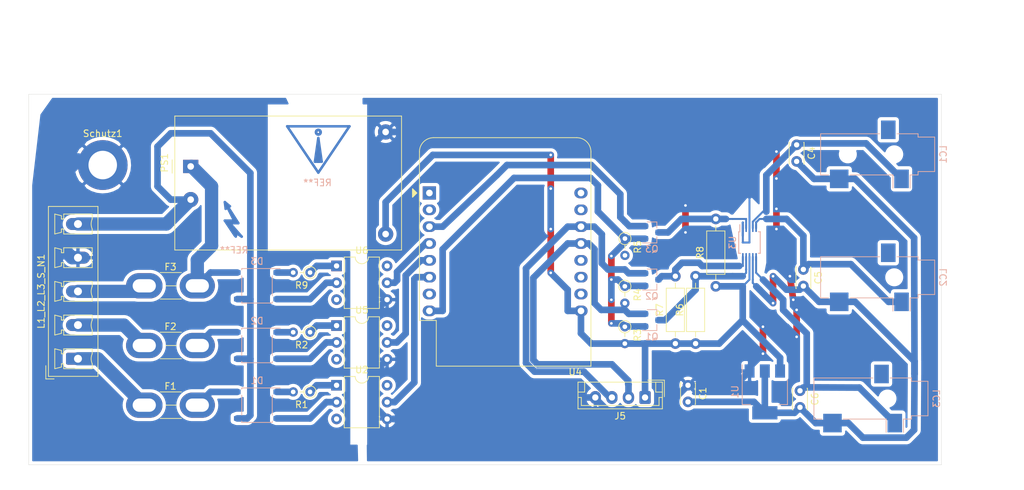
<source format=kicad_pcb>
(kicad_pcb (version 20171130) (host pcbnew "(5.1.5)-3")
  (layers (0 F.Cu signal) (31 B.Cu signal) (34 B.Paste user) (35 F.Paste user) (36 B.SilkS user) (37 F.SilkS user) (38 B.Mask user) (39 F.Mask user) (44 Edge.Cuts user))
  (net 0 "")
  (net 1 2_5V)
  (net 2 GND)
  (net 3 5V)
  (net 4 L1_C)
  (net 5 L2_C)
  (net 6 L3_C)
  (net 7 "Net-(F1-Pad1)")
  (net 8 SCL)
  (net 9 SDA)
  (net 10 H_SDA)
  (net 11 3_3V)
  (net 12 H_SCL)
  (net 13 H_RDY)
  (net 14 RDY)
  (net 15 "Net-(F2-Pad1)")
  (net 16 "Net-(F3-Pad1)")
  (net 17 "Net-(R1-Pad1)")
  (net 18 "Net-(R2-Pad1)")
  (net 19 "Net-(R9-Pad1)")
  (net 20 L1)
  (net 21 N)
  (net 22 "Net-(D1-Pad2)")
  (net 23 "Net-(D1-Pad1)")
  (net 24 L2)
  (net 25 "Net-(D2-Pad2)")
  (net 26 "Net-(D2-Pad1)")
  (net 27 L3)
  (net 28 "Net-(D3-Pad2)")
  (net 29 "Net-(D3-Pad1)")
  (net 30 L1NULL)
  (net 31 L3NULL)
  (net 32 L2NULL)
  (net 33 "Net-(L1_L2_L3_S_N1-Pad4)")
  (module Symbol:Symbol_Highvoltage_Type1_CopperTop_Small (layer B.Cu) (at 65.532 89.408)
    (fp_text reference REF** (at 1.016 5.207) (layer B.SilkS) (effects (justify mirror)))
    (fp_text value Symbol_Highvoltage_Type1_CopperTop_Small)
    (fp_line (start -0.127 -1.524) (end -0.254 -1.016) (layer B.Cu) (width 0.381))
    (fp_line (start 1.016 0.762) (end -0.127 -1.524) (layer B.Cu) (width 0.381))
    (fp_line (start -0.381 0.762) (end 1.016 0.762) (layer B.Cu) (width 0.381))
    (fp_line (start 1.143 3.048) (end -0.381 0.762) (layer B.Cu) (width 0.381))
    (fp_line (start 1.397 2.667) (end 1.27 3.175) (layer B.Cu) (width 0.381))
    (fp_line (start 2.159 3.175) (end 1.397 2.667) (layer B.Cu) (width 0.381))
    (fp_line (start 0.381 1.143) (end 2.159 3.175) (layer B.Cu) (width 0.381))
    (fp_line (start 1.651 1.143) (end 0.381 1.143) (layer B.Cu) (width 0.381))
    (fp_line (start -0.127 -1.651) (end 1.651 1.143) (layer B.Cu) (width 0.381))
    (fp_line (start 0.381 -1.397) (end -0.127 -1.651) (layer B.Cu) (width 0.381))
    (fp_line (start -0.381 -2.032) (end 0.381 -1.397) (layer B.Cu) (width 0.381))
    (fp_line (start -0.254 -1.016) (end -0.381 -2.032) (layer B.Cu) (width 0.381))
    (fp_line (start 0 0.889) (end 1.27 0.889) (layer B.Cu) (width 0.381))
    (fp_line (start 1.397 2.794) (end 0 0.889) (layer B.Cu) (width 0.381))
  )
  (module Symbol:Symbol_Attention_CopperTop_Small (layer B.Cu) (at 79.248 78.74)
    (fp_text reference REF** (at -0.127 5.715) (layer B.SilkS) (effects (justify mirror)))
    (fp_text value Symbol_Attention_CopperTop_Small)
    (fp_line (start -0.508 2.54) (end 0 2.54) (layer B.Cu) (width 0.381))
    (fp_line (start 0 -1.016) (end -0.508 2.54) (layer B.Cu) (width 0.381))
    (fp_line (start 0.508 2.54) (end 0 -1.016) (layer B.Cu) (width 0.381))
    (fp_line (start 0 2.54) (end 0.508 2.54) (layer B.Cu) (width 0.381))
    (fp_line (start 0 -0.889) (end 0.127 2.54) (layer B.Cu) (width 0.381))
    (fp_line (start 0 -1.016) (end -0.127 2.54) (layer B.Cu) (width 0.381))
    (fp_circle (center 0 -1.905) (end 0.254 -2.159) (layer B.Cu) (width 0.381))
    (fp_circle (center 0 -1.905) (end 0 -2.032) (layer B.Cu) (width 0.381))
    (fp_line (start -4.699 -2.794) (end 0 4.191) (layer B.Cu) (width 0.381))
    (fp_line (start 4.699 -2.794) (end -4.699 -2.794) (layer B.Cu) (width 0.381))
    (fp_line (start 0 4.191) (end 4.699 -2.794) (layer B.Cu) (width 0.381))
  )
  (module Converter_ACDC:Converter_ACDC_HiLink_HLK-PMxx (layer F.Cu) (at 60 82)
    (fp_text reference PS1 (at -3.94 -0.55 90) (layer F.SilkS))
    (fp_text value HLK-PM01)
    (pad 4 thru_hole circle (at 29.4 10.2) (size 2.3 2.3) (drill 1) (layers *.Cu *.Mask) (net 3 5V))
    (pad 2 thru_hole circle (at 0 5) (size 2.3 2.3) (drill 1) (layers *.Cu *.Mask) (net 21 N))
    (pad 1 thru_hole rect (at 0 0) (size 2.3 2) (drill 1) (layers *.Cu *.Mask) (net 27 L3))
    (pad 3 thru_hole circle (at 29.4 -5.2) (size 2.3 2.3) (drill 1) (layers *.Cu *.Mask) (net 2 GND))
  )
  (module Resistor_THT:R_Axial_DIN0207_L6.3mm_D2.5mm_P10.16mm_Horizontal (layer F.Cu) (at 139.192 100.076 90)
    (fp_text reference R8 (at 5.08 -2.37 270) (layer F.SilkS))
    (fp_text value 10K)
    (pad 2 thru_hole oval (at 10.16 0 90) (size 1.6 1.6) (drill 0.8) (layers *.Cu *.Mask) (net 13 H_RDY))
    (pad 1 thru_hole circle (at 0 0 90) (size 1.6 1.6) (drill 0.8) (layers *.Cu *.Mask) (net 3 5V))
  )
  (module Resistor_THT:R_Axial_DIN0207_L6.3mm_D2.5mm_P10.16mm_Horizontal (layer F.Cu) (at 133.096 108.712 90)
    (fp_text reference R7 (at 5.08 -2.37 270) (layer F.SilkS))
    (fp_text value 10K)
    (pad 2 thru_hole oval (at 10.16 0 90) (size 1.6 1.6) (drill 0.8) (layers *.Cu *.Mask) (net 12 H_SCL))
    (pad 1 thru_hole circle (at 0 0 90) (size 1.6 1.6) (drill 0.8) (layers *.Cu *.Mask) (net 3 5V))
  )
  (module Resistor_THT:R_Axial_DIN0207_L6.3mm_D2.5mm_P10.16mm_Horizontal (layer F.Cu) (at 136.144 108.712 90)
    (fp_text reference R6 (at 5.08 -2.37 270) (layer F.SilkS))
    (fp_text value 10K)
    (pad 2 thru_hole oval (at 10.16 0 90) (size 1.6 1.6) (drill 0.8) (layers *.Cu *.Mask) (net 10 H_SDA))
    (pad 1 thru_hole circle (at 0 0 90) (size 1.6 1.6) (drill 0.8) (layers *.Cu *.Mask) (net 3 5V))
  )
  (module Resistor_THT:R_Axial_DIN0204_L3.6mm_D1.6mm_P2.54mm_Vertical (layer F.Cu) (at 78 98 180)
    (fp_text reference R9 (at 1.27 -1.92) (layer F.SilkS))
    (fp_text value 12K)
    (pad 2 thru_hole oval (at 2.54 0 180) (size 1.4 1.4) (drill 0.7) (layers *.Cu *.Mask) (net 29 "Net-(D3-Pad1)"))
    (pad 1 thru_hole circle (at 0 0 180) (size 1.4 1.4) (drill 0.7) (layers *.Cu *.Mask) (net 19 "Net-(R9-Pad1)"))
  )
  (module Resistor_THT:R_Axial_DIN0204_L3.6mm_D1.6mm_P2.54mm_Vertical (layer F.Cu) (at 125.492 92.872 270)
    (fp_text reference R5 (at 1.27 -1.92 270) (layer F.SilkS))
    (fp_text value 10K)
    (pad 2 thru_hole oval (at 2.54 0 270) (size 1.4 1.4) (drill 0.7) (layers *.Cu *.Mask) (net 14 RDY))
    (pad 1 thru_hole circle (at 0 0 270) (size 1.4 1.4) (drill 0.7) (layers *.Cu *.Mask) (net 11 3_3V))
  )
  (module Resistor_THT:R_Axial_DIN0204_L3.6mm_D1.6mm_P2.54mm_Vertical (layer F.Cu) (at 125.476 100.076 270)
    (fp_text reference R4 (at 1.27 -1.92 270) (layer F.SilkS))
    (fp_text value 10K)
    (pad 2 thru_hole oval (at 2.54 0 270) (size 1.4 1.4) (drill 0.7) (layers *.Cu *.Mask) (net 8 SCL))
    (pad 1 thru_hole circle (at 0 0 270) (size 1.4 1.4) (drill 0.7) (layers *.Cu *.Mask) (net 11 3_3V))
  )
  (module Resistor_THT:R_Axial_DIN0204_L3.6mm_D1.6mm_P2.54mm_Vertical (layer F.Cu) (at 125.476 106.172 270)
    (fp_text reference R3 (at 1.27 -1.92 270) (layer F.SilkS))
    (fp_text value 10K)
    (pad 2 thru_hole oval (at 2.54 0 270) (size 1.4 1.4) (drill 0.7) (layers *.Cu *.Mask) (net 9 SDA))
    (pad 1 thru_hole circle (at 0 0 270) (size 1.4 1.4) (drill 0.7) (layers *.Cu *.Mask) (net 11 3_3V))
  )
  (module Resistor_THT:R_Axial_DIN0204_L3.6mm_D1.6mm_P2.54mm_Vertical (layer F.Cu) (at 78 107 180)
    (fp_text reference R2 (at 1.27 -1.92) (layer F.SilkS))
    (fp_text value 12K)
    (pad 2 thru_hole oval (at 2.54 0 180) (size 1.4 1.4) (drill 0.7) (layers *.Cu *.Mask) (net 26 "Net-(D2-Pad1)"))
    (pad 1 thru_hole circle (at 0 0 180) (size 1.4 1.4) (drill 0.7) (layers *.Cu *.Mask) (net 18 "Net-(R2-Pad1)"))
  )
  (module Resistor_THT:R_Axial_DIN0204_L3.6mm_D1.6mm_P2.54mm_Vertical (layer F.Cu) (at 78 116 180)
    (fp_text reference R1 (at 1.27 -1.92) (layer F.SilkS))
    (fp_text value 12K)
    (pad 2 thru_hole oval (at 2.54 0 180) (size 1.4 1.4) (drill 0.7) (layers *.Cu *.Mask) (net 23 "Net-(D1-Pad1)"))
    (pad 1 thru_hole circle (at 0 0 180) (size 1.4 1.4) (drill 0.7) (layers *.Cu *.Mask) (net 17 "Net-(R1-Pad1)"))
  )
  (module Package_DIP:DIP-6_W7.62mm (layer F.Cu) (at 82 97)
    (fp_text reference U6 (at 3.81 -2.33) (layer F.SilkS))
    (fp_text value CNY17-3)
    (pad 6 thru_hole oval (at 7.62 0) (size 1.6 1.6) (drill 0.8) (layers *.Cu *.Mask))
    (pad 3 thru_hole oval (at 0 5.08) (size 1.6 1.6) (drill 0.8) (layers *.Cu *.Mask))
    (pad 5 thru_hole oval (at 7.62 2.54) (size 1.6 1.6) (drill 0.8) (layers *.Cu *.Mask) (net 31 L3NULL))
    (pad 2 thru_hole oval (at 0 2.54) (size 1.6 1.6) (drill 0.8) (layers *.Cu *.Mask) (net 28 "Net-(D3-Pad2)"))
    (pad 4 thru_hole oval (at 7.62 5.08) (size 1.6 1.6) (drill 0.8) (layers *.Cu *.Mask) (net 2 GND))
    (pad 1 thru_hole rect (at 0 0) (size 1.6 1.6) (drill 0.8) (layers *.Cu *.Mask) (net 19 "Net-(R9-Pad1)"))
  )
  (module Package_DIP:DIP-6_W7.62mm (layer F.Cu) (at 82 106)
    (fp_text reference U5 (at 3.81 -2.33) (layer F.SilkS))
    (fp_text value CNY17-3)
    (pad 6 thru_hole oval (at 7.62 0) (size 1.6 1.6) (drill 0.8) (layers *.Cu *.Mask))
    (pad 3 thru_hole oval (at 0 5.08) (size 1.6 1.6) (drill 0.8) (layers *.Cu *.Mask))
    (pad 5 thru_hole oval (at 7.62 2.54) (size 1.6 1.6) (drill 0.8) (layers *.Cu *.Mask) (net 32 L2NULL))
    (pad 2 thru_hole oval (at 0 2.54) (size 1.6 1.6) (drill 0.8) (layers *.Cu *.Mask) (net 25 "Net-(D2-Pad2)"))
    (pad 4 thru_hole oval (at 7.62 5.08) (size 1.6 1.6) (drill 0.8) (layers *.Cu *.Mask) (net 2 GND))
    (pad 1 thru_hole rect (at 0 0) (size 1.6 1.6) (drill 0.8) (layers *.Cu *.Mask) (net 18 "Net-(R2-Pad1)"))
  )
  (module Diode_SMD:Diode_Bridge_Diotec_ABS (layer B.Cu) (at 70 100 180)
    (fp_text reference D3 (at 0 3.7) (layer B.SilkS) (effects (justify mirror)))
    (fp_text value ABS10)
    (pad 4 smd rect (at 2.975 2 180) (size 1 0.7) (layers B.Cu B.Paste B.Mask) (net 27 L3))
    (pad 3 smd rect (at 2.975 -2 180) (size 1 0.7) (layers B.Cu B.Paste B.Mask) (net 21 N))
    (pad 2 smd rect (at -2.975 -2 180) (size 1 0.7) (layers B.Cu B.Paste B.Mask) (net 28 "Net-(D3-Pad2)"))
    (pad 1 smd rect (at -2.975 2 180) (size 1 0.7) (layers B.Cu B.Paste B.Mask) (net 29 "Net-(D3-Pad1)"))
  )
  (module Diode_SMD:Diode_Bridge_Diotec_ABS (layer B.Cu) (at 70 109 180)
    (fp_text reference D2 (at 0 3.7) (layer B.SilkS) (effects (justify mirror)))
    (fp_text value ABS10)
    (pad 4 smd rect (at 2.975 2 180) (size 1 0.7) (layers B.Cu B.Paste B.Mask) (net 24 L2))
    (pad 3 smd rect (at 2.975 -2 180) (size 1 0.7) (layers B.Cu B.Paste B.Mask) (net 21 N))
    (pad 2 smd rect (at -2.975 -2 180) (size 1 0.7) (layers B.Cu B.Paste B.Mask) (net 25 "Net-(D2-Pad2)"))
    (pad 1 smd rect (at -2.975 2 180) (size 1 0.7) (layers B.Cu B.Paste B.Mask) (net 26 "Net-(D2-Pad1)"))
  )
  (module Diode_SMD:Diode_Bridge_Diotec_ABS (layer B.Cu) (at 70 118 180)
    (fp_text reference D1 (at 0 3.7) (layer B.SilkS) (effects (justify mirror)))
    (fp_text value ABS10)
    (pad 4 smd rect (at 2.975 2 180) (size 1 0.7) (layers B.Cu B.Paste B.Mask) (net 20 L1))
    (pad 3 smd rect (at 2.975 -2 180) (size 1 0.7) (layers B.Cu B.Paste B.Mask) (net 21 N))
    (pad 2 smd rect (at -2.975 -2 180) (size 1 0.7) (layers B.Cu B.Paste B.Mask) (net 22 "Net-(D1-Pad2)"))
    (pad 1 smd rect (at -2.975 2 180) (size 1 0.7) (layers B.Cu B.Paste B.Mask) (net 23 "Net-(D1-Pad1)"))
  )
  (module Connector_Phoenix_MC_HighVoltage:PhoenixContact_MCV_1,5_5-G-5.08_1x05_P5.08mm_Vertical (layer F.Cu) (at 43 111 90)
    (fp_text reference L1_L2_L3_S_N1 (at 10.16 -5.55 270) (layer F.SilkS))
    (fp_text value "L1 L2 L3 S N")
    (pad 5 thru_hole oval (at 20.32 0 90) (size 1.8 3.6) (drill 1.2) (layers *.Cu *.Mask) (net 21 N))
    (pad 4 thru_hole oval (at 15.24 0 90) (size 1.8 3.6) (drill 1.2) (layers *.Cu *.Mask) (net 33 "Net-(L1_L2_L3_S_N1-Pad4)"))
    (pad 3 thru_hole oval (at 10.16 0 90) (size 1.8 3.6) (drill 1.2) (layers *.Cu *.Mask) (net 16 "Net-(F3-Pad1)"))
    (pad 2 thru_hole oval (at 5.08 0 90) (size 1.8 3.6) (drill 1.2) (layers *.Cu *.Mask) (net 15 "Net-(F2-Pad1)"))
    (pad 1 thru_hole roundrect (at 0 0 90) (size 1.8 3.6) (drill 1.2) (layers *.Cu *.Mask) (roundrect_rratio 0.138889) (net 7 "Net-(F1-Pad1)"))
  )
  (module Module:WEMOS_D1_mini_light (layer F.Cu) (at 96 86)
    (fp_text reference U4 (at 22 27) (layer F.SilkS))
    (fp_text value WeMos_D1_mini)
    (pad 16 thru_hole oval (at 22.86 0) (size 2 1.6) (drill 1) (layers *.Cu *.Mask))
    (pad 15 thru_hole oval (at 22.86 2.54) (size 2 1.6) (drill 1) (layers *.Cu *.Mask))
    (pad 14 thru_hole oval (at 22.86 5.08) (size 2 1.6) (drill 1) (layers *.Cu *.Mask) (net 8 SCL))
    (pad 13 thru_hole oval (at 22.86 7.62) (size 2 1.6) (drill 1) (layers *.Cu *.Mask) (net 9 SDA))
    (pad 12 thru_hole oval (at 22.86 10.16) (size 2 1.6) (drill 1) (layers *.Cu *.Mask))
    (pad 11 thru_hole oval (at 22.86 12.7) (size 2 1.6) (drill 1) (layers *.Cu *.Mask))
    (pad 10 thru_hole oval (at 22.86 15.24) (size 2 1.6) (drill 1) (layers *.Cu *.Mask) (net 2 GND))
    (pad 9 thru_hole oval (at 22.86 17.78) (size 2 1.6) (drill 1) (layers *.Cu *.Mask) (net 3 5V))
    (pad 8 thru_hole oval (at 0 17.78) (size 2 1.6) (drill 1) (layers *.Cu *.Mask) (net 11 3_3V))
    (pad 7 thru_hole oval (at 0 15.24) (size 2 1.6) (drill 1) (layers *.Cu *.Mask))
    (pad 6 thru_hole oval (at 0 12.7) (size 2 1.6) (drill 1) (layers *.Cu *.Mask) (net 30 L1NULL))
    (pad 5 thru_hole oval (at 0 10.16) (size 2 1.6) (drill 1) (layers *.Cu *.Mask) (net 32 L2NULL))
    (pad 4 thru_hole oval (at 0 7.62) (size 2 1.6) (drill 1) (layers *.Cu *.Mask) (net 31 L3NULL))
    (pad 3 thru_hole oval (at 0 5.08) (size 2 1.6) (drill 1) (layers *.Cu *.Mask) (net 14 RDY))
    (pad 1 thru_hole rect (at 0 0) (size 2 2) (drill 1) (layers *.Cu *.Mask))
    (pad 2 thru_hole oval (at 0 2.54) (size 2 1.6) (drill 1) (layers *.Cu *.Mask))
  )
  (module Package_SO:TSSOP-10_3x3mm_P0.5mm (layer B.Cu) (at 144.272 93.472 270)
    (fp_text reference U3 (at 0 2.55 270) (layer B.SilkS) (effects (justify mirror)))
    (fp_text value ADS1115IDGS)
    (pad 10 smd rect (at 2.15 1 270) (size 1.1 0.25) (layers B.Cu B.Paste B.Mask) (net 12 H_SCL))
    (pad 9 smd rect (at 2.15 0.5 270) (size 1.1 0.25) (layers B.Cu B.Paste B.Mask) (net 10 H_SDA))
    (pad 8 smd rect (at 2.15 0 270) (size 1.1 0.25) (layers B.Cu B.Paste B.Mask) (net 3 5V))
    (pad 7 smd rect (at 2.15 -0.5 270) (size 1.1 0.25) (layers B.Cu B.Paste B.Mask) (net 1 2_5V))
    (pad 6 smd rect (at 2.15 -1 270) (size 1.1 0.25) (layers B.Cu B.Paste B.Mask) (net 6 L3_C))
    (pad 5 smd rect (at -2.15 -1 270) (size 1.1 0.25) (layers B.Cu B.Paste B.Mask) (net 5 L2_C))
    (pad 4 smd rect (at -2.15 -0.5 270) (size 1.1 0.25) (layers B.Cu B.Paste B.Mask) (net 4 L1_C))
    (pad 3 smd rect (at -2.15 0 270) (size 1.1 0.25) (layers B.Cu B.Paste B.Mask) (net 2 GND))
    (pad 2 smd rect (at -2.15 0.5 270) (size 1.1 0.25) (layers B.Cu B.Paste B.Mask) (net 13 H_RDY))
    (pad 1 smd rect (at -2.15 1 270) (size 1.1 0.25) (layers B.Cu B.Paste B.Mask) (net 2 GND))
  )
  (module Package_DIP:DIP-6_W7.62mm (layer F.Cu) (at 82 115)
    (fp_text reference U2 (at 3.81 -2.33) (layer F.SilkS))
    (fp_text value CNY17-3)
    (pad 6 thru_hole oval (at 7.62 0) (size 1.6 1.6) (drill 0.8) (layers *.Cu *.Mask))
    (pad 3 thru_hole oval (at 0 5.08) (size 1.6 1.6) (drill 0.8) (layers *.Cu *.Mask))
    (pad 5 thru_hole oval (at 7.62 2.54) (size 1.6 1.6) (drill 0.8) (layers *.Cu *.Mask) (net 30 L1NULL))
    (pad 2 thru_hole oval (at 0 2.54) (size 1.6 1.6) (drill 0.8) (layers *.Cu *.Mask) (net 22 "Net-(D1-Pad2)"))
    (pad 4 thru_hole oval (at 7.62 5.08) (size 1.6 1.6) (drill 0.8) (layers *.Cu *.Mask) (net 2 GND))
    (pad 1 thru_hole rect (at 0 0) (size 1.6 1.6) (drill 0.8) (layers *.Cu *.Mask) (net 17 "Net-(R1-Pad1)"))
  )
  (module Package_TO_SOT_SMD:SOT-223-3_TabPin2 (layer B.Cu) (at 146.588 116 270)
    (fp_text reference U1 (at 0 4.5 270) (layer B.SilkS) (effects (justify mirror)))
    (fp_text value AMS1117-2.5)
    (pad 1 smd rect (at -3.15 2.3 270) (size 2 1.5) (layers B.Cu B.Paste B.Mask) (net 2 GND))
    (pad 3 smd rect (at -3.15 -2.3 270) (size 2 1.5) (layers B.Cu B.Paste B.Mask) (net 3 5V))
    (pad 2 smd rect (at -3.15 0 270) (size 2 1.5) (layers B.Cu B.Paste B.Mask) (net 1 2_5V))
    (pad 2 smd rect (at 3.15 0 270) (size 2 3.8) (layers B.Cu B.Paste B.Mask) (net 1 2_5V))
  )
  (module MountingHole:MountingHole_4.3mm_M4_DIN965_Pad (layer F.Cu) (at 46.736 81.788)
    (fp_text reference Schutz1 (at 0 -4.75) (layer F.SilkS))
    (fp_text value Conn_01x01_Female)
    (pad 1 thru_hole circle (at 0 0) (size 7.5 7.5) (drill 4.3) (layers *.Cu *.Mask) (net 33 "Net-(L1_L2_L3_S_N1-Pad4)"))
  )
  (module Package_TO_SOT_SMD:SOT-23 (layer B.Cu) (at 129.54 91.948)
    (fp_text reference Q3 (at 0 2.5) (layer B.SilkS) (effects (justify mirror)))
    (fp_text value BSS138)
    (pad 3 smd rect (at 1 0) (size 0.9 0.8) (layers B.Cu B.Paste B.Mask) (net 13 H_RDY))
    (pad 2 smd rect (at -1 -0.95) (size 0.9 0.8) (layers B.Cu B.Paste B.Mask) (net 14 RDY))
    (pad 1 smd rect (at -1 0.95) (size 0.9 0.8) (layers B.Cu B.Paste B.Mask) (net 11 3_3V))
  )
  (module Package_TO_SOT_SMD:SOT-23 (layer B.Cu) (at 129.54 99.06)
    (fp_text reference Q2 (at 0 2.5) (layer B.SilkS) (effects (justify mirror)))
    (fp_text value BSS138)
    (pad 3 smd rect (at 1 0) (size 0.9 0.8) (layers B.Cu B.Paste B.Mask) (net 12 H_SCL))
    (pad 2 smd rect (at -1 -0.95) (size 0.9 0.8) (layers B.Cu B.Paste B.Mask) (net 8 SCL))
    (pad 1 smd rect (at -1 0.95) (size 0.9 0.8) (layers B.Cu B.Paste B.Mask) (net 11 3_3V))
  )
  (module Package_TO_SOT_SMD:SOT-23 (layer B.Cu) (at 129.54 105.176)
    (fp_text reference Q1 (at 0 2.5) (layer B.SilkS) (effects (justify mirror)))
    (fp_text value BSS138)
    (pad 3 smd rect (at 1 0) (size 0.9 0.8) (layers B.Cu B.Paste B.Mask) (net 10 H_SDA))
    (pad 2 smd rect (at -1 -0.95) (size 0.9 0.8) (layers B.Cu B.Paste B.Mask) (net 9 SDA))
    (pad 1 smd rect (at -1 0.95) (size 0.9 0.8) (layers B.Cu B.Paste B.Mask) (net 11 3_3V))
  )
  (module Connector_JST:JST_EH_B4B-EH-A_1x04_P2.50mm_Vertical (layer F.Cu) (at 128.524 116.84 180)
    (fp_text reference J5 (at 3.75 -2.8) (layer F.SilkS))
    (fp_text value i2c_LCD)
    (pad 4 thru_hole oval (at 7.5 0 180) (size 1.7 1.95) (drill 0.95) (layers *.Cu *.Mask) (net 2 GND))
    (pad 3 thru_hole oval (at 5 0 180) (size 1.7 1.95) (drill 0.95) (layers *.Cu *.Mask) (net 8 SCL))
    (pad 2 thru_hole oval (at 2.5 0 180) (size 1.7 1.95) (drill 0.95) (layers *.Cu *.Mask) (net 9 SDA))
    (pad 1 thru_hole roundrect (at 0 0 180) (size 1.7 1.95) (drill 0.95) (layers *.Cu *.Mask) (roundrect_rratio 0.147059) (net 3 5V))
  )
  (module Connector_Audio:Jack_3.5mm_CUI_SJ-3523-SMT_Horizontal (layer B.Cu) (at 162.588 117 90)
    (fp_text reference LC3 (at 0 9.9 270) (layer B.SilkS) (effects (justify mirror)))
    (fp_text value AudioJack3)
    (pad "" np_thru_hole circle (at 0 -4.5 90) (size 1.7 1.7) (drill 1.7) (layers *.Cu *.Mask))
    (pad "" np_thru_hole circle (at 0 2.5 90) (size 1.7 1.7) (drill 1.7) (layers *.Cu *.Mask))
    (pad T smd rect (at -3.7 -5.8 90) (size 2.8 2.8) (layers B.Cu B.Paste B.Mask) (net 1 2_5V))
    (pad S smd rect (at -3.7 3.6 90) (size 2.8 2.2) (layers B.Cu B.Paste B.Mask) (net 6 L3_C))
    (pad R smd rect (at 3.7 1.6 90) (size 2.8 2.2) (layers B.Cu B.Paste B.Mask))
  )
  (module Connector_Audio:Jack_3.5mm_CUI_SJ-3523-SMT_Horizontal (layer B.Cu) (at 163.604 98.716 90)
    (fp_text reference LC2 (at 0 9.9 270) (layer B.SilkS) (effects (justify mirror)))
    (fp_text value AudioJack3)
    (pad "" np_thru_hole circle (at 0 -4.5 90) (size 1.7 1.7) (drill 1.7) (layers *.Cu *.Mask))
    (pad "" np_thru_hole circle (at 0 2.5 90) (size 1.7 1.7) (drill 1.7) (layers *.Cu *.Mask))
    (pad T smd rect (at -3.7 -5.8 90) (size 2.8 2.8) (layers B.Cu B.Paste B.Mask) (net 1 2_5V))
    (pad S smd rect (at -3.7 3.6 90) (size 2.8 2.2) (layers B.Cu B.Paste B.Mask) (net 5 L2_C))
    (pad R smd rect (at 3.7 1.6 90) (size 2.8 2.2) (layers B.Cu B.Paste B.Mask))
  )
  (module Connector_Audio:Jack_3.5mm_CUI_SJ-3523-SMT_Horizontal (layer B.Cu) (at 163.604 80.172 90)
    (fp_text reference LC1 (at 0 9.9 270) (layer B.SilkS) (effects (justify mirror)))
    (fp_text value AudioJack3)
    (pad "" np_thru_hole circle (at 0 -4.5 90) (size 1.7 1.7) (drill 1.7) (layers *.Cu *.Mask))
    (pad "" np_thru_hole circle (at 0 2.5 90) (size 1.7 1.7) (drill 1.7) (layers *.Cu *.Mask))
    (pad T smd rect (at -3.7 -5.8 90) (size 2.8 2.8) (layers B.Cu B.Paste B.Mask) (net 1 2_5V))
    (pad S smd rect (at -3.7 3.6 90) (size 2.8 2.2) (layers B.Cu B.Paste B.Mask) (net 4 L1_C))
    (pad R smd rect (at 3.7 1.6 90) (size 2.8 2.2) (layers B.Cu B.Paste B.Mask))
  )
  (module Fuse:Fuse_Blade_Mini_directSolder (layer F.Cu) (at 53 100)
    (fp_text reference F3 (at 3.95 -2.85) (layer F.SilkS))
    (fp_text value Fuse_Small)
    (pad 2 thru_hole oval (at 8 0) (size 5.3 3.8) (drill oval 3.5 2) (layers *.Cu *.Mask) (net 27 L3))
    (pad 1 thru_hole oval (at 0 0) (size 5.5 3.8) (drill oval 3.5 2) (layers *.Cu *.Mask) (net 16 "Net-(F3-Pad1)"))
  )
  (module Fuse:Fuse_Blade_Mini_directSolder (layer F.Cu) (at 53 109)
    (fp_text reference F2 (at 3.95 -2.85) (layer F.SilkS))
    (fp_text value Fuse_Small)
    (pad 2 thru_hole oval (at 8 0) (size 5.3 3.8) (drill oval 3.5 2) (layers *.Cu *.Mask) (net 24 L2))
    (pad 1 thru_hole oval (at 0 0) (size 5.5 3.8) (drill oval 3.5 2) (layers *.Cu *.Mask) (net 15 "Net-(F2-Pad1)"))
  )
  (module Fuse:Fuse_Blade_Mini_directSolder (layer F.Cu) (at 53 118)
    (fp_text reference F1 (at 3.95 -2.85) (layer F.SilkS))
    (fp_text value Fuse_Small)
    (pad 2 thru_hole oval (at 8 0) (size 5.3 3.8) (drill oval 3.5 2) (layers *.Cu *.Mask) (net 20 L1))
    (pad 1 thru_hole oval (at 0 0) (size 5.5 3.8) (drill oval 3.5 2) (layers *.Cu *.Mask) (net 7 "Net-(F1-Pad1)"))
  )
  (module Capacitor_THT:C_Disc_D3.0mm_W2.0mm_P2.50mm (layer F.Cu) (at 151.892 115.824 270)
    (fp_text reference C6 (at 1.25 -2.25 90) (layer F.SilkS))
    (fp_text value 1uF)
    (pad 2 thru_hole circle (at 2.5 0 270) (size 1.6 1.6) (drill 0.8) (layers *.Cu *.Mask) (net 1 2_5V))
    (pad 1 thru_hole circle (at 0 0 270) (size 1.6 1.6) (drill 0.8) (layers *.Cu *.Mask) (net 6 L3_C))
  )
  (module Capacitor_THT:C_Disc_D3.0mm_W2.0mm_P2.50mm (layer F.Cu) (at 152.4 97.536 270)
    (fp_text reference C5 (at 1.25 -2.25 90) (layer F.SilkS))
    (fp_text value 1uF)
    (pad 2 thru_hole circle (at 2.5 0 270) (size 1.6 1.6) (drill 0.8) (layers *.Cu *.Mask) (net 1 2_5V))
    (pad 1 thru_hole circle (at 0 0 270) (size 1.6 1.6) (drill 0.8) (layers *.Cu *.Mask) (net 5 L2_C))
  )
  (module Capacitor_THT:C_Disc_D3.0mm_W2.0mm_P2.50mm (layer F.Cu) (at 151.384 78.74 270)
    (fp_text reference C4 (at 1.25 -2.25 90) (layer F.SilkS))
    (fp_text value 1uF)
    (pad 2 thru_hole circle (at 2.5 0 270) (size 1.6 1.6) (drill 0.8) (layers *.Cu *.Mask) (net 1 2_5V))
    (pad 1 thru_hole circle (at 0 0 270) (size 1.6 1.6) (drill 0.8) (layers *.Cu *.Mask) (net 4 L1_C))
  )
  (module Capacitor_THT:C_Disc_D3.0mm_W2.0mm_P2.50mm (layer F.Cu) (at 135 115 270)
    (fp_text reference C1 (at 1.25 -2.25 90) (layer F.SilkS))
    (fp_text value 1uF)
    (pad 2 thru_hole circle (at 2.5 0 270) (size 1.6 1.6) (drill 0.8) (layers *.Cu *.Mask) (net 1 2_5V))
    (pad 1 thru_hole circle (at 0 0 270) (size 1.6 1.6) (drill 0.8) (layers *.Cu *.Mask) (net 2 GND))
  )
  (gr_line (start 35.56 127) (end 35.56 71.12) (layer Edge.Cuts) (width 0.05))
  (gr_line (start 173.228 127) (end 35.56 127) (layer Edge.Cuts) (width 0.05))
  (gr_line (start 173.228 71.12) (end 173.228 127) (layer Edge.Cuts) (width 0.05))
  (gr_line (start 35.56 71.12) (end 173.228 71.12) (layer Edge.Cuts) (width 0.05))
  (segment (start 154.268 120.7) (end 151.892 118.324) (width 1) (layer B.Cu) (net 1))
  (segment (start 156.788 120.7) (end 154.268 120.7) (width 1) (layer B.Cu) (net 1))
  (segment (start 154.78 102.416) (end 152.4 100.036) (width 1) (layer B.Cu) (net 1))
  (segment (start 157.804 102.416) (end 154.78 102.416) (width 1) (layer B.Cu) (net 1))
  (segment (start 154.016 83.872) (end 151.384 81.24) (width 1) (layer B.Cu) (net 1))
  (segment (start 157.804 83.872) (end 154.016 83.872) (width 1) (layer B.Cu) (net 1))
  (segment (start 151.066 119.15) (end 151.892 118.324) (width 1) (layer B.Cu) (net 1))
  (segment (start 146.588 119.15) (end 151.066 119.15) (width 1) (layer B.Cu) (net 1))
  (segment (start 160.204 83.872) (end 157.804 83.872) (width 1) (layer B.Cu) (net 1))
  (segment (start 169.104001 92.772001) (end 160.204 83.872) (width 1) (layer B.Cu) (net 1))
  (segment (start 167.928001 122.900001) (end 169.104001 121.724001) (width 1) (layer B.Cu) (net 1))
  (segment (start 161.388001 122.900001) (end 167.928001 122.900001) (width 1) (layer B.Cu) (net 1))
  (segment (start 159.188 120.7) (end 161.388001 122.900001) (width 1) (layer B.Cu) (net 1))
  (segment (start 156.788 120.7) (end 159.188 120.7) (width 1) (layer B.Cu) (net 1))
  (segment (start 157.804 102.416) (end 160.204 102.416) (width 1) (layer B.Cu) (net 1))
  (segment (start 169.104001 121.724001) (end 169.164 113.284) (width 1) (layer B.Cu) (net 1))
  (segment (start 169.164 111.376) (end 169.164 113.284) (width 1) (layer B.Cu) (net 1))
  (segment (start 160.204 102.416) (end 169.164 111.376) (width 1) (layer B.Cu) (net 1))
  (segment (start 169.164 113.284) (end 169.104001 92.772001) (width 1) (layer B.Cu) (net 1))
  (segment (start 146.588 112.85) (end 146.588 119.15) (width 1) (layer B.Cu) (net 1))
  (segment (start 144.772 95.622) (end 144.772 99.052) (width 0.3) (layer B.Cu) (net 1))
  (segment (start 144.772 99.052) (end 144.772 99.56) (width 0.3) (layer B.Cu) (net 1))
  (segment (start 144.772 99.56) (end 145.288 100.076) (width 0.3) (layer B.Cu) (net 1))
  (segment (start 145.288 100.076) (end 145.796 100.584) (width 1) (layer B.Cu) (net 1))
  (segment (start 151.852 100.584) (end 152.4 100.036) (width 1) (layer B.Cu) (net 1))
  (segment (start 150.368 100.584) (end 151.852 100.584) (width 1) (layer B.Cu) (net 1))
  (segment (start 144.938 117.5) (end 146.588 119.15) (width 1) (layer B.Cu) (net 1))
  (segment (start 135 117.5) (end 144.938 117.5) (width 1) (layer B.Cu) (net 1))
  (via (at 147.828 98.552) (size 0.8) (drill 0.4) (layers F.Cu B.Cu) (net 1))
  (segment (start 150.368 100.584) (end 149.86 100.584) (width 1) (layer B.Cu) (net 1))
  (segment (start 149.86 100.584) (end 147.828 98.552) (width 1) (layer B.Cu) (net 1))
  (via (at 147.828 102.616) (size 0.8) (drill 0.4) (layers F.Cu B.Cu) (net 1))
  (segment (start 147.828 98.552) (end 147.828 102.616) (width 1) (layer F.Cu) (net 1))
  (segment (start 147.828 102.616) (end 145.796 100.584) (width 1) (layer B.Cu) (net 1))
  (segment (start 88.820001 111.879999) (end 89.62 111.08) (width 1) (layer B.Cu) (net 2))
  (segment (start 88.019999 112.680001) (end 88.820001 111.879999) (width 1) (layer B.Cu) (net 2))
  (segment (start 88.019999 118.479999) (end 88.019999 112.680001) (width 1) (layer B.Cu) (net 2))
  (segment (start 89.62 120.08) (end 88.019999 118.479999) (width 1) (layer B.Cu) (net 2))
  (segment (start 88.019999 103.680001) (end 89.62 102.08) (width 1) (layer B.Cu) (net 2))
  (segment (start 88.019999 112.680001) (end 88.019999 103.680001) (width 1) (layer B.Cu) (net 2))
  (segment (start 88.820001 101.280001) (end 89.62 102.08) (width 1) (layer B.Cu) (net 2))
  (segment (start 87.449999 99.909999) (end 88.820001 101.280001) (width 1) (layer B.Cu) (net 2))
  (segment (start 87.449999 78.750001) (end 87.449999 99.909999) (width 1) (layer B.Cu) (net 2))
  (segment (start 89.4 76.8) (end 87.449999 78.750001) (width 1) (layer B.Cu) (net 2))
  (segment (start 142.138 115) (end 144.288 112.85) (width 1) (layer B.Cu) (net 2))
  (segment (start 135 115) (end 136.55 115) (width 1) (layer B.Cu) (net 2))
  (segment (start 144.272 91.322) (end 144.272 89.916) (width 0.3) (layer B.Cu) (net 2))
  (segment (start 143.272 91.322) (end 143.272 90.44) (width 0.3) (layer B.Cu) (net 2))
  (segment (start 143.272 90.44) (end 143.256 90.456) (width 0.3) (layer B.Cu) (net 2))
  (segment (start 143.256 90.456) (end 143.256 92.456) (width 0.3) (layer B.Cu) (net 2))
  (segment (start 144.272 91.322) (end 144.272 93.472) (width 0.3) (layer B.Cu) (net 2))
  (segment (start 144.272 93.472) (end 143.256 93.472) (width 0.3) (layer B.Cu) (net 2))
  (segment (start 143.272 93.456) (end 143.272 91.322) (width 0.3) (layer B.Cu) (net 2))
  (segment (start 143.256 93.472) (end 143.272 93.456) (width 0.3) (layer B.Cu) (net 2))
  (segment (start 97.138 120.08) (end 90.75137 120.08) (width 1) (layer B.Cu) (net 2))
  (segment (start 90.75137 120.08) (end 89.62 120.08) (width 1) (layer B.Cu) (net 2))
  (segment (start 119.174 116.84) (end 115.934 120.08) (width 1) (layer B.Cu) (net 2))
  (segment (start 115.934 120.08) (end 90.75137 120.08) (width 1) (layer B.Cu) (net 2))
  (segment (start 121.024 116.84) (end 119.174 116.84) (width 1) (layer B.Cu) (net 2))
  (segment (start 122.874 118.815) (end 121.024 116.965) (width 1) (layer B.Cu) (net 2))
  (segment (start 121.024 116.965) (end 121.024 116.84) (width 1) (layer B.Cu) (net 2))
  (segment (start 131.185 118.815) (end 122.874 118.815) (width 1) (layer B.Cu) (net 2))
  (segment (start 135 115) (end 131.185 118.815) (width 1) (layer B.Cu) (net 2))
  (segment (start 144.272 89.916) (end 144.272 86.36) (width 0.3) (layer B.Cu) (net 2))
  (segment (start 142.138 115) (end 136.55 115) (width 1) (layer B.Cu) (net 2))
  (via (at 148.336 79.756) (size 0.8) (drill 0.4) (layers F.Cu B.Cu) (net 2))
  (segment (start 146.304 81.788) (end 148.336 79.756) (width 1) (layer B.Cu) (net 2))
  (segment (start 139.7 81.788) (end 144.272 86.36) (width 1) (layer B.Cu) (net 2))
  (segment (start 139.7 81.788) (end 146.304 81.788) (width 1) (layer B.Cu) (net 2))
  (segment (start 134.712 76.8) (end 139.7 81.788) (width 1) (layer B.Cu) (net 2))
  (via (at 148.336 83.82) (size 0.8) (drill 0.4) (layers F.Cu B.Cu) (net 2))
  (segment (start 148.336 79.756) (end 148.336 83.82) (width 1) (layer F.Cu) (net 2))
  (via (at 148.336 88.392) (size 0.8) (drill 0.4) (layers F.Cu B.Cu) (net 2))
  (segment (start 148.336 83.82) (end 148.336 88.392) (width 1) (layer B.Cu) (net 2))
  (via (at 148.336 91.44) (size 0.8) (drill 0.4) (layers F.Cu B.Cu) (net 2))
  (segment (start 148.336 88.392) (end 148.336 91.44) (width 1) (layer F.Cu) (net 2))
  (via (at 150.368 98.552) (size 0.8) (drill 0.4) (layers F.Cu B.Cu) (net 2))
  (segment (start 148.336 91.44) (end 148.336 96.52) (width 1) (layer B.Cu) (net 2))
  (segment (start 148.336 96.52) (end 150.368 98.552) (width 1) (layer B.Cu) (net 2))
  (segment (start 150.368 98.552) (end 150.876 102.108) (width 1) (layer F.Cu) (net 2))
  (via (at 150.876 102.108) (size 0.8) (drill 0.4) (layers F.Cu B.Cu) (net 2))
  (segment (start 133.188 86.452) (end 134.62 87.884) (width 1) (layer B.Cu) (net 2))
  (via (at 134.62 87.884) (size 0.8) (drill 0.4) (layers F.Cu B.Cu) (net 2))
  (segment (start 133.188 76.8) (end 134.712 76.8) (width 1) (layer B.Cu) (net 2))
  (segment (start 133.188 76.8) (end 133.188 86.452) (width 1) (layer B.Cu) (net 2))
  (segment (start 89.4 76.8) (end 133.188 76.8) (width 1) (layer B.Cu) (net 2))
  (via (at 134.62 91.948) (size 0.8) (drill 0.4) (layers F.Cu B.Cu) (net 2))
  (segment (start 134.62 87.884) (end 134.62 91.948) (width 1) (layer F.Cu) (net 2))
  (via (at 146.304 110.236) (size 0.8) (drill 0.4) (layers F.Cu B.Cu) (net 2))
  (segment (start 144.288 112.85) (end 144.288 112.252) (width 1) (layer B.Cu) (net 2))
  (segment (start 144.288 112.252) (end 146.304 110.236) (width 1) (layer B.Cu) (net 2))
  (via (at 146.304 106.172) (size 0.8) (drill 0.4) (layers F.Cu B.Cu) (net 2))
  (segment (start 146.304 110.236) (end 146.304 106.172) (width 1) (layer F.Cu) (net 2))
  (via (at 151.384 107.696) (size 0.8) (drill 0.4) (layers F.Cu B.Cu) (net 2))
  (segment (start 146.304 106.172) (end 149.86 106.172) (width 1) (layer B.Cu) (net 2))
  (segment (start 149.86 106.172) (end 151.384 107.696) (width 1) (layer B.Cu) (net 2))
  (via (at 151.384 103.632) (size 0.8) (drill 0.4) (layers F.Cu B.Cu) (net 2))
  (segment (start 151.384 107.696) (end 151.384 103.632) (width 1) (layer F.Cu) (net 2))
  (segment (start 151.384 102.616) (end 150.876 102.108) (width 1) (layer B.Cu) (net 2))
  (segment (start 151.384 103.632) (end 151.384 102.616) (width 1) (layer B.Cu) (net 2))
  (segment (start 118.86 103.78) (end 116.86 103.78) (width 1) (layer B.Cu) (net 3))
  (segment (start 144.272 95.622) (end 144.272 97.536) (width 0.3) (layer B.Cu) (net 3))
  (segment (start 144.272 97.536) (end 144.272 99.06) (width 0.3) (layer B.Cu) (net 3))
  (segment (start 144.272 99.06) (end 143.256 100.076) (width 0.3) (layer B.Cu) (net 3))
  (segment (start 148.888 110.85) (end 143.256 105.218) (width 1) (layer B.Cu) (net 3))
  (segment (start 148.888 112.85) (end 148.888 110.85) (width 1) (layer B.Cu) (net 3))
  (segment (start 143.256 105.218) (end 143.256 100.076) (width 1) (layer B.Cu) (net 3))
  (segment (start 118.86 103.78) (end 118.86 107.176) (width 1) (layer B.Cu) (net 3))
  (segment (start 118.86 107.176) (end 120.396 108.712) (width 1) (layer B.Cu) (net 3))
  (segment (start 143.256 105.156) (end 143.256 105.218) (width 1) (layer B.Cu) (net 3))
  (segment (start 128.524 116.84) (end 128.524 108.712) (width 1) (layer B.Cu) (net 3))
  (segment (start 120.396 108.712) (end 128.524 108.712) (width 1) (layer B.Cu) (net 3))
  (segment (start 139.192 100.076) (end 143.256 100.076) (width 1) (layer B.Cu) (net 3))
  (segment (start 128.524 108.712) (end 136.144 108.712) (width 1) (layer B.Cu) (net 3))
  (segment (start 139.7 108.712) (end 143.256 105.156) (width 1) (layer B.Cu) (net 3))
  (segment (start 136.144 108.712) (end 139.7 108.712) (width 1) (layer B.Cu) (net 3))
  (via (at 114.3 98.044) (size 0.8) (drill 0.4) (layers F.Cu B.Cu) (net 3))
  (segment (start 116.86 103.78) (end 116.86 100.604) (width 1) (layer B.Cu) (net 3))
  (segment (start 116.86 100.604) (end 114.3 98.044) (width 1) (layer B.Cu) (net 3))
  (via (at 114.3 91.44) (size 0.8) (drill 0.4) (layers F.Cu B.Cu) (net 3))
  (segment (start 114.3 98.044) (end 114.3 91.44) (width 1) (layer F.Cu) (net 3))
  (via (at 114.3 85.344) (size 0.8) (drill 0.4) (layers F.Cu B.Cu) (net 3))
  (segment (start 114.3 91.44) (end 114.3 85.344) (width 1) (layer B.Cu) (net 3))
  (via (at 114.3 80.264) (size 0.8) (drill 0.4) (layers F.Cu B.Cu) (net 3))
  (segment (start 114.3 85.344) (end 114.3 80.264) (width 1) (layer F.Cu) (net 3))
  (segment (start 89.4 87.384) (end 89.4 92.2) (width 1) (layer B.Cu) (net 3))
  (segment (start 114.3 80.264) (end 96.52 80.264) (width 1) (layer B.Cu) (net 3))
  (segment (start 96.52 80.264) (end 89.4 87.384) (width 1) (layer B.Cu) (net 3))
  (segment (start 161.853999 78.521999) (end 167.204 83.872) (width 1) (layer B.Cu) (net 4))
  (segment (start 151.602001 78.521999) (end 161.853999 78.521999) (width 1) (layer B.Cu) (net 4))
  (segment (start 151.384 78.74) (end 151.602001 78.521999) (width 1) (layer B.Cu) (net 4))
  (segment (start 144.772 91.322) (end 144.772 90.342301) (width 0.3) (layer B.Cu) (net 4))
  (segment (start 146.812 83.312) (end 146.812 88.81599) (width 1) (layer B.Cu) (net 4))
  (segment (start 151.384 78.74) (end 146.812 83.312) (width 1) (layer B.Cu) (net 4))
  (segment (start 146.298311 88.81599) (end 146.812 88.81599) (width 0.3) (layer B.Cu) (net 4))
  (segment (start 144.772 90.342301) (end 146.298311 88.81599) (width 0.3) (layer B.Cu) (net 4))
  (segment (start 153.199999 96.736001) (end 152.4 97.536) (width 1) (layer B.Cu) (net 5))
  (segment (start 159.566003 96.736001) (end 153.199999 96.736001) (width 1) (layer B.Cu) (net 5))
  (segment (start 167.204 102.416) (end 165.246002 102.416) (width 1) (layer B.Cu) (net 5))
  (segment (start 165.246002 102.416) (end 159.566003 96.736001) (width 1) (layer B.Cu) (net 5))
  (segment (start 145.304 90.408) (end 145.796 89.916) (width 0.3) (layer B.Cu) (net 5))
  (segment (start 145.272 90.408) (end 145.304 90.408) (width 0.3) (layer B.Cu) (net 5))
  (segment (start 145.272 91.322) (end 145.272 90.408) (width 0.3) (layer B.Cu) (net 5))
  (segment (start 152.4 92.456) (end 152.4 97.536) (width 1) (layer B.Cu) (net 5))
  (segment (start 152.4 92.456) (end 149.86 89.916) (width 1) (layer B.Cu) (net 5))
  (segment (start 149.86 89.916) (end 146.812 89.916) (width 1) (layer B.Cu) (net 5))
  (segment (start 145.796 89.916) (end 146.812 89.916) (width 0.3) (layer B.Cu) (net 5))
  (segment (start 160.837999 115.349999) (end 166.188 120.7) (width 1) (layer B.Cu) (net 6))
  (segment (start 151.892 115.824) (end 152.366001 115.349999) (width 1) (layer B.Cu) (net 6))
  (segment (start 145.272 95.622) (end 145.272 98.028) (width 0.3) (layer B.Cu) (net 6))
  (segment (start 146.304 99.06) (end 145.272 98.028) (width 0.3) (layer B.Cu) (net 6))
  (segment (start 149.352 103.632) (end 151.892 106.172) (width 1) (layer B.Cu) (net 6))
  (segment (start 146.304 99.06) (end 149.352 102.108) (width 1) (layer B.Cu) (net 6))
  (segment (start 149.352 102.108) (end 149.352 103.632) (width 1) (layer B.Cu) (net 6))
  (segment (start 151.892 106.172) (end 152.908 107.188) (width 1) (layer B.Cu) (net 6))
  (segment (start 152.366001 115.349999) (end 152.908 115.316) (width 1) (layer B.Cu) (net 6))
  (segment (start 152.908 107.188) (end 152.908 115.316) (width 1) (layer B.Cu) (net 6))
  (segment (start 152.908 115.316) (end 160.837999 115.349999) (width 1) (layer B.Cu) (net 6))
  (segment (start 46 111) (end 53 118) (width 2) (layer B.Cu) (net 7))
  (segment (start 43 111) (end 46 111) (width 2) (layer B.Cu) (net 7))
  (segment (start 118.86 91.08) (end 116.86 91.08) (width 1) (layer B.Cu) (net 8))
  (segment (start 126.05 98.11) (end 125.476 97.536) (width 1) (layer B.Cu) (net 8))
  (segment (start 128.54 98.11) (end 126.05 98.11) (width 1) (layer B.Cu) (net 8))
  (segment (start 118.86 91.08) (end 120.86 91.08) (width 1) (layer B.Cu) (net 8))
  (segment (start 125.476 97.536) (end 122.936 97.536) (width 1) (layer B.Cu) (net 8))
  (segment (start 122.00401 92.22401) (end 120.86 91.08) (width 1) (layer B.Cu) (net 8))
  (segment (start 122.00401 96.60401) (end 122.00401 92.22401) (width 1) (layer B.Cu) (net 8))
  (segment (start 122.936 97.536) (end 122.00401 96.60401) (width 1) (layer B.Cu) (net 8))
  (segment (start 110.57598 97.36402) (end 116.86 91.08) (width 1) (layer B.Cu) (net 8))
  (segment (start 110.57598 111.655278) (end 110.57598 97.36402) (width 1) (layer B.Cu) (net 8))
  (segment (start 119.303643 112.94402) (end 111.864722 112.94402) (width 1) (layer B.Cu) (net 8))
  (segment (start 123.524 117.164377) (end 119.303643 112.94402) (width 1) (layer B.Cu) (net 8))
  (segment (start 111.864722 112.94402) (end 110.57598 111.655278) (width 1) (layer B.Cu) (net 8))
  (segment (start 123.524 116.84) (end 123.524 117.164377) (width 1) (layer B.Cu) (net 8))
  (segment (start 126.07 104.226) (end 125.476 103.632) (width 1) (layer B.Cu) (net 9))
  (segment (start 128.54 104.226) (end 126.07 104.226) (width 1) (layer B.Cu) (net 9))
  (segment (start 121.92 103.632) (end 120.904 102.616) (width 1) (layer B.Cu) (net 9))
  (segment (start 125.476 103.632) (end 121.92 103.632) (width 1) (layer B.Cu) (net 9))
  (segment (start 120.036 93.62) (end 120.904 94.488) (width 1) (layer B.Cu) (net 9))
  (segment (start 120.904 102.616) (end 120.904 94.488) (width 1) (layer B.Cu) (net 9))
  (segment (start 120.036 93.62) (end 118.86 93.62) (width 1) (layer B.Cu) (net 9))
  (segment (start 118.86 93.62) (end 116.86 93.62) (width 1) (layer B.Cu) (net 9))
  (segment (start 126.024 114.865) (end 125.984 114.825) (width 1) (layer B.Cu) (net 9))
  (segment (start 126.024 116.84) (end 126.024 114.865) (width 1) (layer B.Cu) (net 9))
  (segment (start 125.984 114.3) (end 123.52801 111.84401) (width 1) (layer B.Cu) (net 9))
  (segment (start 125.984 114.825) (end 125.984 114.3) (width 1) (layer B.Cu) (net 9))
  (segment (start 111.67599 98.80401) (end 116.86 93.62) (width 1) (layer B.Cu) (net 9))
  (segment (start 111.67599 111.199639) (end 111.67599 98.80401) (width 1) (layer B.Cu) (net 9))
  (segment (start 112.320361 111.84401) (end 111.67599 111.199639) (width 1) (layer B.Cu) (net 9))
  (segment (start 123.52801 111.84401) (end 112.320361 111.84401) (width 1) (layer B.Cu) (net 9))
  (segment (start 143.772 97.528) (end 143.764 97.536) (width 0.3) (layer B.Cu) (net 10))
  (segment (start 143.772 95.622) (end 143.772 97.528) (width 0.3) (layer B.Cu) (net 10))
  (segment (start 131.552 105.176) (end 130.54 105.176) (width 1) (layer B.Cu) (net 10))
  (segment (start 136.144 100.584) (end 131.552 105.176) (width 1) (layer B.Cu) (net 10))
  (segment (start 143.772 97.528) (end 143.772 98.036) (width 0.3) (layer B.Cu) (net 10))
  (segment (start 143.772 98.036) (end 143.256 98.552) (width 0.3) (layer B.Cu) (net 10))
  (segment (start 141.732 98.552) (end 136.144 98.552) (width 1) (layer B.Cu) (net 10))
  (segment (start 136.144 100.584) (end 136.144 98.552) (width 1) (layer B.Cu) (net 10))
  (segment (start 143.256 98.552) (end 141.732 98.552) (width 1) (layer B.Cu) (net 10))
  (segment (start 125.542 100.01) (end 125.476 100.076) (width 1) (layer B.Cu) (net 11))
  (segment (start 128.54 100.01) (end 125.542 100.01) (width 1) (layer B.Cu) (net 11))
  (segment (start 125.522 106.126) (end 125.476 106.172) (width 1) (layer B.Cu) (net 11))
  (segment (start 128.54 106.126) (end 125.522 106.126) (width 1) (layer B.Cu) (net 11))
  (segment (start 125.518 92.898) (end 125.492 92.872) (width 1) (layer B.Cu) (net 11))
  (segment (start 128.54 92.898) (end 125.518 92.898) (width 1) (layer B.Cu) (net 11))
  (segment (start 128.524 106.142) (end 128.54 106.126) (width 1) (layer B.Cu) (net 11))
  (segment (start 128.524 100.026) (end 128.54 100.01) (width 1) (layer B.Cu) (net 11))
  (segment (start 96 103.78) (end 98 103.78) (width 1) (layer B.Cu) (net 11))
  (via (at 123.444 95.504) (size 0.8) (drill 0.4) (layers F.Cu B.Cu) (net 11))
  (segment (start 125.492 92.872) (end 125.492 93.456) (width 1) (layer B.Cu) (net 11))
  (segment (start 125.492 93.456) (end 123.444 95.504) (width 1) (layer B.Cu) (net 11))
  (via (at 123.444 99.06) (size 0.8) (drill 0.4) (layers F.Cu B.Cu) (net 11))
  (segment (start 123.444 95.504) (end 123.444 99.06) (width 1) (layer F.Cu) (net 11))
  (segment (start 124.46 99.06) (end 125.476 100.076) (width 1) (layer B.Cu) (net 11))
  (segment (start 123.444 99.06) (end 124.46 99.06) (width 1) (layer B.Cu) (net 11))
  (via (at 123.444 102.108) (size 0.8) (drill 0.4) (layers F.Cu B.Cu) (net 11))
  (segment (start 123.444 99.06) (end 123.444 102.108) (width 1) (layer B.Cu) (net 11))
  (via (at 123.444 105.664) (size 0.8) (drill 0.4) (layers F.Cu B.Cu) (net 11))
  (segment (start 123.444 102.108) (end 123.444 105.664) (width 1) (layer F.Cu) (net 11))
  (segment (start 124.968 105.664) (end 125.476 106.172) (width 1) (layer B.Cu) (net 11))
  (segment (start 123.444 105.664) (end 124.968 105.664) (width 1) (layer B.Cu) (net 11))
  (segment (start 125.492 92.872) (end 121.412 88.792) (width 1) (layer B.Cu) (net 11))
  (segment (start 121.412 88.792) (end 121.412 84.836) (width 1) (layer B.Cu) (net 11))
  (segment (start 98 94.500351) (end 98 103.78) (width 1) (layer B.Cu) (net 11))
  (segment (start 108.764361 83.73599) (end 98 94.500351) (width 1) (layer B.Cu) (net 11))
  (segment (start 120.31199 83.73599) (end 108.764361 83.73599) (width 1) (layer B.Cu) (net 11))
  (segment (start 121.412 84.836) (end 120.31199 83.73599) (width 1) (layer B.Cu) (net 11))
  (segment (start 133.096 98.552) (end 133.096 97.536) (width 1) (layer B.Cu) (net 12))
  (segment (start 133.096 97.536) (end 134.112 96.52) (width 1) (layer B.Cu) (net 12))
  (segment (start 143.272 95.622) (end 143.272 97.012) (width 0.3) (layer B.Cu) (net 12))
  (segment (start 143.272 97.012) (end 142.732 97.012) (width 0.3) (layer B.Cu) (net 12))
  (segment (start 136.652 96.52) (end 134.112 96.52) (width 1) (layer B.Cu) (net 12))
  (segment (start 131.048 98.552) (end 130.54 99.06) (width 1) (layer B.Cu) (net 12))
  (segment (start 133.096 98.552) (end 131.048 98.552) (width 1) (layer B.Cu) (net 12))
  (segment (start 137.144 97.012) (end 136.652 96.52) (width 1) (layer B.Cu) (net 12))
  (segment (start 142.732 97.012) (end 137.144 97.012) (width 1) (layer B.Cu) (net 12))
  (segment (start 143.772 91.322) (end 143.772 89.924) (width 0.3) (layer B.Cu) (net 13))
  (segment (start 130.54 91.948) (end 131.29 91.948) (width 0.3) (layer B.Cu) (net 13))
  (segment (start 143.772 89.924) (end 143.764 89.916) (width 0.3) (layer B.Cu) (net 13))
  (segment (start 143.764 89.916) (end 141.732 89.916) (width 0.3) (layer B.Cu) (net 13))
  (segment (start 141.732 89.916) (end 140.716 89.916) (width 0.3) (layer B.Cu) (net 13))
  (segment (start 131.99 91.948) (end 130.54 91.948) (width 1) (layer B.Cu) (net 13))
  (segment (start 139.192 89.916) (end 134.022 89.916) (width 1) (layer B.Cu) (net 13))
  (segment (start 134.022 89.916) (end 131.99 91.948) (width 1) (layer B.Cu) (net 13))
  (segment (start 140.716 89.916) (end 139.192 89.916) (width 1) (layer B.Cu) (net 13))
  (segment (start 126.158 90.998) (end 125.492 90.332) (width 1) (layer B.Cu) (net 14))
  (segment (start 128.54 90.998) (end 126.158 90.998) (width 1) (layer B.Cu) (net 14))
  (segment (start 98 91.08) (end 96 91.08) (width 1) (layer B.Cu) (net 14))
  (segment (start 124.792001 89.632001) (end 124.792001 88.724001) (width 1) (layer B.Cu) (net 14))
  (segment (start 125.492 90.332) (end 124.792001 89.632001) (width 1) (layer B.Cu) (net 14))
  (segment (start 106.172 83.312) (end 98 91.08) (width 1) (layer B.Cu) (net 14))
  (segment (start 124.792001 89.632001) (end 124.792001 86.184001) (width 1) (layer B.Cu) (net 14))
  (segment (start 124.792001 86.184001) (end 120.396 81.788) (width 1) (layer B.Cu) (net 14))
  (segment (start 107.696 81.788) (end 106.172 83.312) (width 1) (layer B.Cu) (net 14))
  (segment (start 120.396 81.788) (end 107.696 81.788) (width 1) (layer B.Cu) (net 14))
  (segment (start 49.92 105.92) (end 53 109) (width 2) (layer B.Cu) (net 15))
  (segment (start 43 105.92) (end 49.92 105.92) (width 2) (layer B.Cu) (net 15))
  (segment (start 52.16 100.84) (end 53 100) (width 2) (layer B.Cu) (net 16))
  (segment (start 43 100.84) (end 52.16 100.84) (width 2) (layer B.Cu) (net 16))
  (segment (start 79 115) (end 78 116) (width 1) (layer B.Cu) (net 17))
  (segment (start 82 115) (end 79 115) (width 1) (layer B.Cu) (net 17))
  (segment (start 79 106) (end 78 107) (width 1) (layer B.Cu) (net 18))
  (segment (start 82 106) (end 79 106) (width 1) (layer B.Cu) (net 18))
  (segment (start 79 97) (end 78 98) (width 1) (layer B.Cu) (net 19))
  (segment (start 82 97) (end 79 97) (width 1) (layer B.Cu) (net 19))
  (segment (start 63 116) (end 61 118) (width 1) (layer B.Cu) (net 20))
  (segment (start 67.025 116) (end 63 116) (width 1) (layer B.Cu) (net 20))
  (segment (start 56.32 90.68) (end 60 87) (width 2) (layer B.Cu) (net 21))
  (segment (start 43 90.68) (end 56.32 90.68) (width 2) (layer B.Cu) (net 21))
  (segment (start 68.525 120) (end 69 119.525) (width 1) (layer B.Cu) (net 21))
  (segment (start 67.025 120) (end 68.525 120) (width 1) (layer B.Cu) (net 21))
  (segment (start 67.025 111) (end 69 111) (width 1) (layer B.Cu) (net 21))
  (segment (start 69 119.525) (end 69 111) (width 1) (layer B.Cu) (net 21))
  (segment (start 67.025 102) (end 69 102) (width 1) (layer B.Cu) (net 21))
  (segment (start 69 111) (end 69 102) (width 1) (layer B.Cu) (net 21))
  (segment (start 69 102) (end 69 97) (width 1) (layer B.Cu) (net 21))
  (segment (start 60 87) (end 57 87) (width 1) (layer B.Cu) (net 21))
  (segment (start 57 87) (end 55 85) (width 1) (layer B.Cu) (net 21))
  (segment (start 55 85) (end 55 79) (width 1) (layer B.Cu) (net 21))
  (segment (start 55 79) (end 57 77) (width 1) (layer B.Cu) (net 21))
  (segment (start 57 77) (end 63 77) (width 1) (layer B.Cu) (net 21))
  (segment (start 69 83) (end 69 97) (width 1) (layer B.Cu) (net 21))
  (segment (start 63 77) (end 69 83) (width 1) (layer B.Cu) (net 21))
  (segment (start 82 117.54) (end 80.46 117.54) (width 1) (layer B.Cu) (net 22))
  (segment (start 78 120) (end 72.975 120) (width 1) (layer B.Cu) (net 22))
  (segment (start 80.46 117.54) (end 78 120) (width 1) (layer B.Cu) (net 22))
  (segment (start 72.975 116) (end 75.46 116) (width 1) (layer B.Cu) (net 23))
  (segment (start 63 107) (end 61 109) (width 1) (layer B.Cu) (net 24))
  (segment (start 67.025 107) (end 63 107) (width 1) (layer B.Cu) (net 24))
  (segment (start 82 108.54) (end 80.46 108.54) (width 1) (layer B.Cu) (net 25))
  (segment (start 78 111) (end 72.975 111) (width 1) (layer B.Cu) (net 25))
  (segment (start 80.46 108.54) (end 78 111) (width 1) (layer B.Cu) (net 25))
  (segment (start 72.975 107) (end 75.46 107) (width 1) (layer B.Cu) (net 26))
  (segment (start 60.15 82) (end 60 82) (width 2) (layer B.Cu) (net 27))
  (segment (start 63.15 93.95) (end 63.15 85) (width 2) (layer B.Cu) (net 27))
  (segment (start 63.15 85) (end 60.15 82) (width 2) (layer B.Cu) (net 27))
  (segment (start 61 96.1) (end 63.15 93.95) (width 2) (layer B.Cu) (net 27))
  (segment (start 61 100) (end 61 96.1) (width 2) (layer B.Cu) (net 27))
  (segment (start 63 98) (end 61 100) (width 1) (layer B.Cu) (net 27))
  (segment (start 67.025 98) (end 63 98) (width 1) (layer B.Cu) (net 27))
  (segment (start 82 99.54) (end 80.46 99.54) (width 1) (layer B.Cu) (net 28))
  (segment (start 78 102) (end 72.975 102) (width 1) (layer B.Cu) (net 28))
  (segment (start 80.46 99.54) (end 78 102) (width 1) (layer B.Cu) (net 28))
  (segment (start 72.975 98) (end 75.46 98) (width 1) (layer B.Cu) (net 29))
  (segment (start 94 98.7) (end 96 98.7) (width 1) (layer B.Cu) (net 30))
  (segment (start 93.726 114.56537) (end 93.726 98.974) (width 1) (layer B.Cu) (net 30))
  (segment (start 93.726 98.974) (end 94 98.7) (width 1) (layer B.Cu) (net 30))
  (segment (start 90.75137 117.54) (end 93.726 114.56537) (width 1) (layer B.Cu) (net 30))
  (segment (start 89.62 117.54) (end 90.75137 117.54) (width 1) (layer B.Cu) (net 30))
  (segment (start 95.403019 93.62) (end 96 93.62) (width 1) (layer B.Cu) (net 31))
  (segment (start 91.12598 97.897039) (end 95.403019 93.62) (width 1) (layer B.Cu) (net 31))
  (segment (start 91.12598 99.16539) (end 91.12598 97.897039) (width 1) (layer B.Cu) (net 31))
  (segment (start 90.75137 99.54) (end 91.12598 99.16539) (width 1) (layer B.Cu) (net 31))
  (segment (start 89.62 99.54) (end 90.75137 99.54) (width 1) (layer B.Cu) (net 31))
  (segment (start 92.42599 107.188) (end 92.42599 98.435519) (width 1) (layer B.Cu) (net 32))
  (segment (start 92.42599 98.435519) (end 94.701509 96.16) (width 1) (layer B.Cu) (net 32))
  (segment (start 89.62 108.54) (end 91.07399 108.54) (width 1) (layer B.Cu) (net 32))
  (segment (start 94.701509 96.16) (end 96 96.16) (width 1) (layer B.Cu) (net 32))
  (segment (start 91.07399 108.54) (end 92.42599 107.188) (width 1) (layer B.Cu) (net 32))
  (segment (start 42.1 95.76) (end 39 92.66) (width 2) (layer B.Cu) (net 33))
  (segment (start 43 95.76) (end 42.1 95.76) (width 2) (layer B.Cu) (net 33))
  (segment (start 39 85) (end 43 81) (width 2) (layer B.Cu) (net 33))
  (segment (start 39 92.66) (end 39 85) (width 2) (layer B.Cu) (net 33))
  (zone (net 0) (net_name "") (layer B.Cu) (connect_pads (clearance 0.508)) (min_thickness 0.254)
    (keepout (tracks not_allowed) (vias not_allowed) (copperpour not_allowed))
    (fill (arc_segments 32) (thermal_gap 0.508) (thermal_bridge_width 0.508))
    (polygon (pts (xy 86.614 123.952) (xy 84.074 123.952) (xy 84.074 94.742) (xy 71.628 94.742) (xy 71.628 72.644) (xy 86.614 72.644)))
  )
  (zone (net 33) (net_name "Net-(L1_L2_L3_S_N1-Pad4)") (layer B.Cu) (connect_pads (clearance 0.508)) (min_thickness 0.254) (fill yes (arc_segments 32) (thermal_gap 0.508) (thermal_bridge_width 0.508))
    (polygon (pts (xy 71.628 65.786) (xy 84.328 92.964) (xy 85.344 129.54) (xy 31.242 126.492) (xy 37.338 74.168) (xy 46.736 60.96)))
  )
  (zone (net 2) (net_name GND) (layer B.Cu) (connect_pads (clearance 0.508)) (min_thickness 0.254) (fill yes (arc_segments 32) (thermal_gap 0.508) (thermal_bridge_width 0.508))
    (polygon (pts (xy 181.864 130.81) (xy 86.614 129.032) (xy 85.852 67.056) (xy 185.674 56.896)))
  )
  (zone (net 0) (net_name "") (layer B.Cu) (connect_pads (clearance 0.508)) (min_thickness 0.254)
    (keepout (tracks allowed) (vias not_allowed) (copperpour not_allowed))
    (fill (arc_segments 32) (thermal_gap 0.508) (thermal_bridge_width 0.508))
    (polygon (pts (xy 146.812 88.9) (xy 146.812 96.52) (xy 146.304 99.06) (xy 145.288 100.076) (xy 143.256 100.076) (xy 142.748 97.028) (xy 141.224 89.916) (xy 144.272 86.36)))
  )
)
</source>
